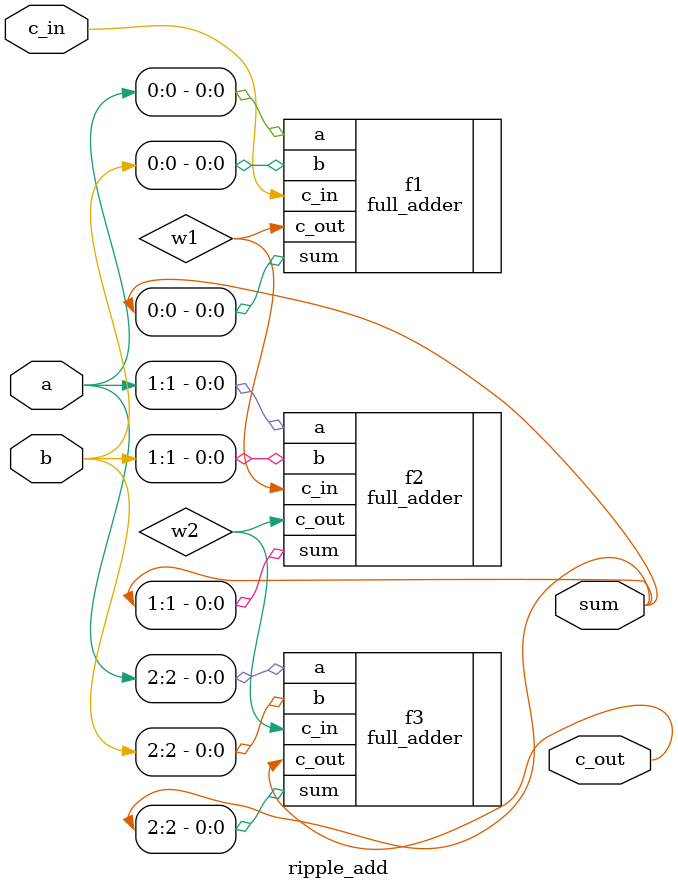
<source format=v>
`timescale 1ns / 1ps


module ripple_add(a, b , c_in, sum, c_out);
input [2:0] a;
input [2:0] b;
input c_in;
output [2:0] sum;
output c_out;

wire w1, w2;
full_adder f1(.a(a[0]), .b(b[0]), .c_in(c_in), .sum(sum[0]), .c_out(w1));

full_adder f2(.a(a[1]), .b(b[1]), .c_in(w1), .sum(sum[1]), .c_out(w2));

full_adder f3(.a(a[2]), .b(b[2]), .c_in(w2), .sum(sum[2]), .c_out(c_out));

endmodule

</source>
